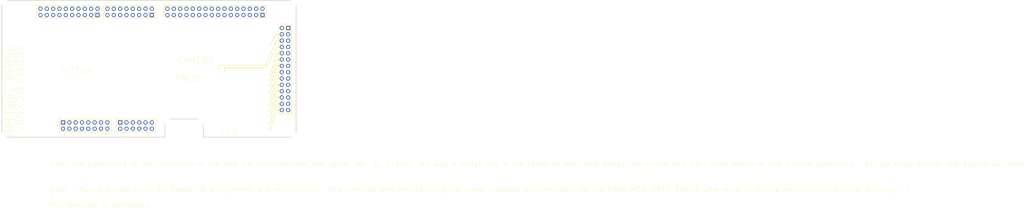
<source format=kicad_pcb>
(kicad_pcb (version 4) (host pcbnew "(2014-07-21 BZR 5016)-product")
  (layers (0 F.Cu signal) (31 B.Cu signal) (34 B.Paste user) (35 F.Paste user) (36 B.SilkS user) (37 F.SilkS user) (38 B.Mask user) (39 F.Mask user) (44 Edge.Cuts user))
  (net 0 "")
  (net 1 "Net1")
  (net 2 "P2_0/EZH_LCD_WR")
  (net 3 "P5_9")
  (net 4 "P5_8")
  (net 5 "P3_5/EZH_LCD_D5_CAMERA_D5")
  (net 6 "P3_3/FC7_I2C_SCL")
  (net 7 "P1_23/EZH_LCD_RD")
  (net 8 "P1_19/EZH_LCD_D15_CAMERA_RST")
  (net 9 "P1_17/EZH_LCD_D13")
  (net 10 "P1_15/EZH_LCD_D11")
  (net 11 "P1_13/EZH_LCD_D9")
  (net 12 "P1_11/EZH_LCD_D7_CAMERA_D7")
  (net 13 "P1_7/EZH_LCD_D3_CAMERA_D3")
  (net 14 "P1_5/EZH_LCD_D1_CAMERA_D1")
  (net 15 "P0_5/EZH_CAMERA_PCLK")
  (net 16 "P0_4/EZH_CAMERA_VSYNC")
  (net 17 "P4_4/EZH_LCD_CS")
  (net 18 "P3_4/EZH_LCD_D4_CAMERA_D4")
  (net 19 "P3_2/FC7_I2C_SDA")
  (net 20 "P2_2/CAMERA_CLKIN")
  (net 21 "P1_22/EZH_LCD_DC")
  (net 22 "P1_18/EZH_LCD_D14_CAMERA_PDOWN")
  (net 23 "P1_16/EZH_LCD_D12")
  (net 24 "P1_14/EZH_LCD_D10")
  (net 25 "P1_12/EZH_LCD_D8")
  (net 26 "P1_10/EZH_LCD_D6_CAMERA_D6")
  (net 27 "P1_9/FC4_P1_UART_TXD_MCULINK")
  (net 28 "P1_8/FC4_P0_UART_RXD_MCULINK")
  (net 29 "P1_6/EZH_LCD_D2_CAMERA_D2")
  (net 30 "P1_4/EZH_LCD_D0_CAMERA_D0")
  (net 31 "P0_11/EZH_CAMERA_HSYNC")
  (net 32 "P0-29")
  (net 33 "P0-26/FC1-SDI")
  (net 34 "P0-23/P1-22")
  (net 35 "P0-15/P2-0")
  (net 36 "P4-22/D14")
  (net 37 "P4-18/D10")
  (net 38 "P4-17/D9")
  (net 39 "P4-14/D6")
  (net 40 "P4-13/D5")
  (net 41 "P4-7/RST")
  (net 42 "P4-5/BLK")
  (net 43 "P4-1/FC2-SCL")
  (net 44 "P2-11/D3")
  (net 45 "P2-10/D2")
  (net 46 "P2-8/D0")
  (net 47 "P0-13/TE")
  (net 48 "P0-12/CS")
  (net 49 "P0-8/RD")
  (net 50 "P4-23/D15")
  (net 51 "P4-21/D13")
  (net 52 "P4-20/D12")
  (net 53 "P4-19/D11")
  (net 54 "P4-16/D8")
  (net 55 "P4-15/D7")
  (net 56 "P4-12/D4")
  (net 57 "P4-6/INT")
  (net 58 "P4-0/FC2-SDA")
  (net 59 "P2-9/D1")
  (net 60 "P0-9/WR")
  (net 61 "P0-7/DC")
  (net 62 "P2-6/PWM1_A0")
  (net 63 "P4-1/P1-17")
  (net 64 "P4-0/P1-16")
  (net 65 "P3-21/SAI1_RXD0")
  (net 66 "P3-19/SAI1_RX_FS")
  (net 67 "P3-18/SAI1_RX_BLCK")
  (net 68 "P3-17/SAI1_TX_FS")
  (net 69 "P2-7/PWM1_B0")
  (net 70 "P2-5/PWM1_B1")
  (net 71 "P2-4/PWM1_A1")
  (net 72 "P2-3/PWM1_B2")
  (net 73 "P2-2/PWM1_A2")
  (net 74 "P2-0/ENC_B")
  (net 75 "P1-22/ENC_A")
  (net 76 "P1-1/TSI0_CH1")
  (net 77 "P1-0/TSI0_CH0")
  (net 78 "P0-19/TSI0_CH14")
  (net 79 "P1_12/TSI0_CH21")
  (net 80 "5v-9v-IN")
  (net 81 "VDDA")
  (net 82 "+5v0")
  (net 83 "P5-4")
  (net 84 "P5-3/P0-22")
  (net 85 "P5-2/P0-14")
  (net 86 "P4-20/P0-5")
  (net 87 "P4-16/P0-18")
  (net 88 "P3-17/P4-13")
  (net 89 "P4-12/P0-21")
  (net 90 "P4-3/RXD2")
  (net 91 "P4-2/TXD2")
  (net 92 "P3-20/SAI1_TXD0")
  (net 93 "P3-16/P4-5")
  (net 94 "P1-21/SAI1_MCLK")
  (net 95 "P1-21/P2-7")
  (net 96 "P1-2/P2-3")
  (net 97 "P0-31")
  (net 98 "P0-30/P4-13")
  (net 99 "P1-23/P2-6")
  (net 100 "P0-28")
  (net 101 "P0-27/FC1-CS1")
  (net 102 "P0-25/FC1-SCK")
  (net 103 "P0-24/FC1-SDO")
  (net 104 "P0-22")
  (net 105 "P0-14")
  (net 106 "P0-10/P2-4")
  (net 107 "P0-3/P5_5")
  (net 108 "OP-2-INN/P1_10")
  (net 109 "OP-1-INN/P0-4")
  (net 110 "OP-0-I/P0-20")
  (net 111 "RESET_B")
  (net 112 "ADC0-A3")
  (net 113 "ADC1-B0")
  (net 114 "ADC0-B0")
  (net 115 "ADC0-A0")
  (net 116 "+3v3")
  (net 117 "GND")
  (module "SSQ-116-03-T-D" (layer F.Cu) (at 722.37598 -440.02799)
    (fp_text reference "J9" hide)
    (fp_text value "J9" (at 0 0) (layer F.SilkS) (effects (font (thickness 0.05))))
    (fp_text value "" hide)
    (pad "1" thru_hole rect (at 19.05000 1.27000 90) (size 1.7 1.7) (drill 1) (layers *.Cu) (net 10 "P1_15/EZH_LCD_D11"))
    (pad "2" thru_hole roundrect (at 19.05000 -1.27000 90) (size 1.7 1.7) (drill 1) (roundrect_rratio 0.5) (layers *.Cu) (net 24 "P1_14/EZH_LCD_D10"))
    (pad "3" thru_hole roundrect (at 16.51000 1.27000 90) (size 1.7 1.7) (drill 1) (roundrect_rratio 0.5) (layers *.Cu) (net 9 "P1_17/EZH_LCD_D13"))
    (pad "4" thru_hole roundrect (at 16.51000 -1.27000 90) (size 1.7 1.7) (drill 1) (roundrect_rratio 0.5) (layers *.Cu) (net 23 "P1_16/EZH_LCD_D12"))
    (pad "5" thru_hole roundrect (at 13.97000 1.27000 90) (size 1.7 1.7) (drill 1) (roundrect_rratio 0.5) (layers *.Cu) (net 8 "P1_19/EZH_LCD_D15_CAMERA_RST"))
    (pad "6" thru_hole roundrect (at 13.97000 -1.27000 90) (size 1.7 1.7) (drill 1) (roundrect_rratio 0.5) (layers *.Cu) (net 22 "P1_18/EZH_LCD_D14_CAMERA_PDOWN"))
    (pad "7" thru_hole roundrect (at 11.43000 1.27000 90) (size 1.7 1.7) (drill 1) (roundrect_rratio 0.5) (layers *.Cu) (net 14 "P1_5/EZH_LCD_D1_CAMERA_D1"))
    (pad "8" thru_hole roundrect (at 11.43000 -1.27000 90) (size 1.7 1.7) (drill 1) (roundrect_rratio 0.5) (layers *.Cu) (net 30 "P1_4/EZH_LCD_D0_CAMERA_D0"))
    (pad "9" thru_hole roundrect (at 8.89000 1.27000 90) (size 1.7 1.7) (drill 1) (roundrect_rratio 0.5) (layers *.Cu) (net 13 "P1_7/EZH_LCD_D3_CAMERA_D3"))
    (pad "10" thru_hole roundrect (at 8.89000 -1.27000 90) (size 1.7 1.7) (drill 1) (roundrect_rratio 0.5) (layers *.Cu) (net 29 "P1_6/EZH_LCD_D2_CAMERA_D2"))
    (pad "11" thru_hole roundrect (at 6.35000 1.27000 90) (size 1.7 1.7) (drill 1) (roundrect_rratio 0.5) (layers *.Cu) (net 5 "P3_5/EZH_LCD_D5_CAMERA_D5"))
    (pad "12" thru_hole roundrect (at 6.35000 -1.27000 90) (size 1.7 1.7) (drill 1) (roundrect_rratio 0.5) (layers *.Cu) (net 18 "P3_4/EZH_LCD_D4_CAMERA_D4"))
    (pad "13" thru_hole roundrect (at 3.81000 1.27000 90) (size 1.7 1.7) (drill 1) (roundrect_rratio 0.5) (layers *.Cu) (net 12 "P1_11/EZH_LCD_D7_CAMERA_D7"))
    (pad "14" thru_hole roundrect (at 3.81000 -1.27000 90) (size 1.7 1.7) (drill 1) (roundrect_rratio 0.5) (layers *.Cu) (net 26 "P1_10/EZH_LCD_D6_CAMERA_D6"))
    (pad "15" thru_hole roundrect (at 1.27000 1.27000 90) (size 1.7 1.7) (drill 1) (roundrect_rratio 0.5) (layers *.Cu) (net 15 "P0_5/EZH_CAMERA_PCLK"))
    (pad "16" thru_hole roundrect (at 1.27000 -1.27000 90) (size 1.7 1.7) (drill 1) (roundrect_rratio 0.5) (layers *.Cu) (net 20 "P2_2/CAMERA_CLKIN"))
    (pad "17" thru_hole roundrect (at -1.27000 1.27000 90) (size 1.7 1.7) (drill 1) (roundrect_rratio 0.5) (layers *.Cu) (net 16 "P0_4/EZH_CAMERA_VSYNC"))
    (pad "18" thru_hole roundrect (at -1.27000 -1.27000 90) (size 1.7 1.7) (drill 1) (roundrect_rratio 0.5) (layers *.Cu) (net 31 "P0_11/EZH_CAMERA_HSYNC"))
    (pad "19" thru_hole roundrect (at -3.81000 1.27000 90) (size 1.7 1.7) (drill 1) (roundrect_rratio 0.5) (layers *.Cu) (net 6 "P3_3/FC7_I2C_SCL"))
    (pad "20" thru_hole roundrect (at -3.81000 -1.27000 90) (size 1.7 1.7) (drill 1) (roundrect_rratio 0.5) (layers *.Cu) (net 19 "P3_2/FC7_I2C_SDA"))
    (pad "21" thru_hole roundrect (at -6.35000 1.27000 90) (size 1.7 1.7) (drill 1) (roundrect_rratio 0.5) (layers *.Cu) (net 116 "+3v3"))
    (pad "22" thru_hole roundrect (at -6.35000 -1.27000 90) (size 1.7 1.7) (drill 1) (roundrect_rratio 0.5) (layers *.Cu) (net 117 "GND"))
    (pad "23" thru_hole roundrect (at -8.89000 1.27000 90) (size 1.7 1.7) (drill 1) (roundrect_rratio 0.5) (layers *.Cu) (net 7 "P1_23/EZH_LCD_RD"))
    (pad "24" thru_hole roundrect (at -8.89000 -1.27000 90) (size 1.7 1.7) (drill 1) (roundrect_rratio 0.5) (layers *.Cu) (net 21 "P1_22/EZH_LCD_DC"))
    (pad "25" thru_hole roundrect (at -11.43000 1.27000 90) (size 1.7 1.7) (drill 1) (roundrect_rratio 0.5) (layers *.Cu) (net 2 "P2_0/EZH_LCD_WR"))
    (pad "26" thru_hole roundrect (at -11.43000 -1.27000 90) (size 1.7 1.7) (drill 1) (roundrect_rratio 0.5) (layers *.Cu) (net 17 "P4_4/EZH_LCD_CS"))
    (pad "27" thru_hole roundrect (at -13.97000 1.27000 90) (size 1.7 1.7) (drill 1) (roundrect_rratio 0.5) (layers *.Cu) (net 11 "P1_13/EZH_LCD_D9"))
    (pad "28" thru_hole roundrect (at -13.97000 -1.27000 90) (size 1.7 1.7) (drill 1) (roundrect_rratio 0.5) (layers *.Cu) (net 25 "P1_12/EZH_LCD_D8"))
    (pad "29" thru_hole roundrect (at -16.51000 1.27000 90) (size 1.7 1.7) (drill 1) (roundrect_rratio 0.5) (layers *.Cu) (net 3 "P5_9"))
    (pad "30" thru_hole roundrect (at -16.51000 -1.27000 90) (size 1.7 1.7) (drill 1) (roundrect_rratio 0.5) (layers *.Cu) (net 27 "P1_9/FC4_P1_UART_TXD_MCULINK"))
    (pad "31" thru_hole roundrect (at -19.05000 1.27000 90) (size 1.7 1.7) (drill 1) (roundrect_rratio 0.5) (layers *.Cu) (net 4 "P5_8"))
    (pad "32" thru_hole roundrect (at -19.05000 -1.27000 90) (size 1.7 1.7) (drill 1) (roundrect_rratio 0.5) (layers *.Cu) (net 28 "P1_8/FC4_P0_UART_RXD_MCULINK"))
  )
  (module "SSQ-108-03-T-D" (layer F.Cu) (at 670.31899 -394.32099)
    (fp_text reference "J3" hide)
    (fp_text value "J3" (at 0 0) (layer F.SilkS) (effects (font (thickness 0.05))))
    (fp_text value "" hide)
    (pad "16" thru_hole roundrect (at 8.89000 1.27000 90) (size 1.7 1.7) (drill 1) (roundrect_rratio 0.5) (layers *.Cu) (net 80 "5v-9v-IN"))
    (pad "15" thru_hole roundrect (at 8.89000 -1.27000 90) (size 1.7 1.7) (drill 1) (roundrect_rratio 0.5) (layers *.Cu) (net 62 "P2-6/PWM1_A0"))
    (pad "14" thru_hole roundrect (at 6.35000 1.27000 90) (size 1.7 1.7) (drill 1) (roundrect_rratio 0.5) (layers *.Cu) (net 117 "GND"))
    (pad "13" thru_hole roundrect (at 6.35000 -1.27000 90) (size 1.7 1.7) (drill 1) (roundrect_rratio 0.5) (layers *.Cu) (net 69 "P2-7/PWM1_B0"))
    (pad "12" thru_hole roundrect (at 3.81000 1.27000 90) (size 1.7 1.7) (drill 1) (roundrect_rratio 0.5) (layers *.Cu) (net 117 "GND"))
    (pad "11" thru_hole roundrect (at 3.81000 -1.27000 90) (size 1.7 1.7) (drill 1) (roundrect_rratio 0.5) (layers *.Cu) (net 71 "P2-4/PWM1_A1"))
    (pad "10" thru_hole roundrect (at 1.27000 1.27000 90) (size 1.7 1.7) (drill 1) (roundrect_rratio 0.5) (layers *.Cu) (net 82 "+5v0"))
    (pad "9" thru_hole roundrect (at 1.27000 -1.27000 90) (size 1.7 1.7) (drill 1) (roundrect_rratio 0.5) (layers *.Cu) (net 70 "P2-5/PWM1_B1"))
    (pad "8" thru_hole roundrect (at -1.27000 1.27000 90) (size 1.7 1.7) (drill 1) (roundrect_rratio 0.5) (layers *.Cu) (net 116 "+3v3"))
    (pad "7" thru_hole roundrect (at -1.27000 -1.27000 90) (size 1.7 1.7) (drill 1) (roundrect_rratio 0.5) (layers *.Cu) (net 73 "P2-2/PWM1_A2"))
    (pad "6" thru_hole roundrect (at -3.81000 1.27000 90) (size 1.7 1.7) (drill 1) (roundrect_rratio 0.5) (layers *.Cu) (net 111 "RESET_B"))
    (pad "5" thru_hole roundrect (at -3.81000 -1.27000 90) (size 1.7 1.7) (drill 1) (roundrect_rratio 0.5) (layers *.Cu) (net 72 "P2-3/PWM1_B2"))
    (pad "4" thru_hole roundrect (at -6.35000 1.27000 90) (size 1.7 1.7) (drill 1) (roundrect_rratio 0.5) (layers *.Cu) (net 116 "+3v3"))
    (pad "3" thru_hole roundrect (at -6.35000 -1.27000 90) (size 1.7 1.7) (drill 1) (roundrect_rratio 0.5) (layers *.Cu) (net 75 "P1-22/ENC_A"))
    (pad "2" thru_hole roundrect (at -8.89000 1.27000 90) (size 1.7 1.7) (drill 1) (roundrect_rratio 0.5) (layers *.Cu) (net 112 "ADC0-A3"))
    (pad "1" thru_hole rect (at -8.89000 -1.27000 90) (size 1.7 1.7) (drill 1) (layers *.Cu) (net 74 "P2-0/ENC_B"))
  )
  (module "SSQ-106-03-T-D" (layer F.Cu) (at 690.71499 -394.32099)
    (fp_text reference "J4" hide)
    (fp_text value "J4" (at 0 0) (layer F.SilkS) (effects (font (thickness 0.05))))
    (fp_text value "" hide)
    (pad "1" thru_hole rect (at -6.35000 -1.27000 90) (size 1.7 1.7) (drill 1) (layers *.Cu) (net 89 "P4-12/P0-21"))
    (pad "3" thru_hole roundrect (at -3.81000 -1.27000 90) (size 1.7 1.7) (drill 1) (roundrect_rratio 0.5) (layers *.Cu) (net 110 "OP-0-I/P0-20"))
    (pad "4" thru_hole roundrect (at -3.81000 1.27000 90) (size 1.7 1.7) (drill 1) (roundrect_rratio 0.5) (layers *.Cu) (net 114 "ADC0-B0"))
    (pad "5" thru_hole roundrect (at -1.27000 -1.27000 90) (size 1.7 1.7) (drill 1) (roundrect_rratio 0.5) (layers *.Cu) (net 87 "P4-16/P0-18"))
    (pad "6" thru_hole roundrect (at -1.27000 1.27000 90) (size 1.7 1.7) (drill 1) (roundrect_rratio 0.5) (layers *.Cu) (net 105 "P0-14"))
    (pad "7" thru_hole roundrect (at 1.27000 -1.27000 90) (size 1.7 1.7) (drill 1) (roundrect_rratio 0.5) (layers *.Cu) (net 109 "OP-1-INN/P0-4"))
    (pad "8" thru_hole roundrect (at 1.27000 1.27000 90) (size 1.7 1.7) (drill 1) (roundrect_rratio 0.5) (layers *.Cu) (net 104 "P0-22"))
    (pad "9" thru_hole roundrect (at 3.81000 -1.27000 90) (size 1.7 1.7) (drill 1) (roundrect_rratio 0.5) (layers *.Cu) (net 86 "P4-20/P0-5"))
    (pad "10" thru_hole roundrect (at 3.81000 1.27000 90) (size 1.7 1.7) (drill 1) (roundrect_rratio 0.5) (layers *.Cu) (net 35 "P0-15/P2-0"))
    (pad "11" thru_hole roundrect (at 6.35000 -1.27000 90) (size 1.7 1.7) (drill 1) (roundrect_rratio 0.5) (layers *.Cu) (net 108 "OP-2-INN/P1_10"))
    (pad "12" thru_hole roundrect (at 6.35000 1.27000 90) (size 1.7 1.7) (drill 1) (roundrect_rratio 0.5) (layers *.Cu) (net 34 "P0-23/P1-22"))
    (pad "2" thru_hole roundrect (at -6.35000 1.27000 90) (size 1.7 1.7) (drill 1) (roundrect_rratio 0.5) (layers *.Cu) (net 115 "ADC0-A0"))
  )
  (module "SSQ-114-03-T-D" (layer F.Cu) (at 750.44299 -417.04699)
    (fp_text reference "J12" hide)
    (fp_text value "J12" (at 0 0) (layer F.SilkS) (effects (font (thickness 0.05))))
    (fp_text value "" hide)
    (pad "1" thru_hole rect (at 1.27000 -16.51000) (size 1.7 1.7) (drill 1) (layers *.Cu) (net 116 "+3v3"))
    (pad "2" thru_hole roundrect (at -1.27000 -16.51000) (size 1.7 1.7) (drill 1) (roundrect_rratio 0.5) (layers *.Cu) (net 117 "GND"))
    (pad "3" thru_hole roundrect (at 1.27000 -13.97000) (size 1.7 1.7) (drill 1) (roundrect_rratio 0.5) (layers *.Cu) (net 43 "P4-1/FC2-SCL"))
    (pad "4" thru_hole roundrect (at -1.27000 -13.97000) (size 1.7 1.7) (drill 1) (roundrect_rratio 0.5) (layers *.Cu) (net 58 "P4-0/FC2-SDA"))
    (pad "5" thru_hole roundrect (at 1.27000 -11.43000) (size 1.7 1.7) (drill 1) (roundrect_rratio 0.5) (layers *.Cu) (net 57 "P4-6/INT"))
    (pad "6" thru_hole roundrect (at -1.27000 -11.43000) (size 1.7 1.7) (drill 1) (roundrect_rratio 0.5) (layers *.Cu) (net 42 "P4-5/BLK"))
    (pad "7" thru_hole roundrect (at 1.27000 -8.89000) (size 1.7 1.7) (drill 1) (roundrect_rratio 0.5) (layers *.Cu) (net 41 "P4-7/RST"))
    (pad "8" thru_hole roundrect (at -1.27000 -8.89000) (size 1.7 1.7) (drill 1) (roundrect_rratio 0.5) (layers *.Cu) (net 61 "P0-7/DC"))
    (pad "9" thru_hole roundrect (at 1.27000 -6.35000) (size 1.7 1.7) (drill 1) (roundrect_rratio 0.5) (layers *.Cu) (net 48 "P0-12/CS"))
    (pad "10" thru_hole roundrect (at -1.27000 -6.35000) (size 1.7 1.7) (drill 1) (roundrect_rratio 0.5) (layers *.Cu) (net 60 "P0-9/WR"))
    (pad "11" thru_hole roundrect (at 1.27000 -3.81000) (size 1.7 1.7) (drill 1) (roundrect_rratio 0.5) (layers *.Cu) (net 49 "P0-8/RD"))
    (pad "12" thru_hole roundrect (at -1.27000 -3.81000) (size 1.7 1.7) (drill 1) (roundrect_rratio 0.5) (layers *.Cu) (net 47 "P0-13/TE"))
    (pad "13" thru_hole roundrect (at 1.27000 -1.27000) (size 1.7 1.7) (drill 1) (roundrect_rratio 0.5) (layers *.Cu) (net 46 "P2-8/D0"))
    (pad "14" thru_hole roundrect (at -1.27000 -1.27000) (size 1.7 1.7) (drill 1) (roundrect_rratio 0.5) (layers *.Cu) (net 59 "P2-9/D1"))
    (pad "15" thru_hole roundrect (at 1.27000 1.27000) (size 1.7 1.7) (drill 1) (roundrect_rratio 0.5) (layers *.Cu) (net 45 "P2-10/D2"))
    (pad "16" thru_hole roundrect (at -1.27000 1.27000) (size 1.7 1.7) (drill 1) (roundrect_rratio 0.5) (layers *.Cu) (net 44 "P2-11/D3"))
    (pad "17" thru_hole roundrect (at 1.27000 3.81000) (size 1.7 1.7) (drill 1) (roundrect_rratio 0.5) (layers *.Cu) (net 56 "P4-12/D4"))
    (pad "18" thru_hole roundrect (at -1.27000 3.81000) (size 1.7 1.7) (drill 1) (roundrect_rratio 0.5) (layers *.Cu) (net 40 "P4-13/D5"))
    (pad "19" thru_hole roundrect (at 1.27000 6.35000) (size 1.7 1.7) (drill 1) (roundrect_rratio 0.5) (layers *.Cu) (net 39 "P4-14/D6"))
    (pad "20" thru_hole roundrect (at -1.27000 6.35000) (size 1.7 1.7) (drill 1) (roundrect_rratio 0.5) (layers *.Cu) (net 55 "P4-15/D7"))
    (pad "21" thru_hole roundrect (at 1.27000 8.89000) (size 1.7 1.7) (drill 1) (roundrect_rratio 0.5) (layers *.Cu) (net 54 "P4-16/D8"))
    (pad "22" thru_hole roundrect (at -1.27000 8.89000) (size 1.7 1.7) (drill 1) (roundrect_rratio 0.5) (layers *.Cu) (net 38 "P4-17/D9"))
    (pad "23" thru_hole roundrect (at 1.27000 11.43000) (size 1.7 1.7) (drill 1) (roundrect_rratio 0.5) (layers *.Cu) (net 37 "P4-18/D10"))
    (pad "24" thru_hole roundrect (at -1.27000 11.43000) (size 1.7 1.7) (drill 1) (roundrect_rratio 0.5) (layers *.Cu) (net 53 "P4-19/D11"))
    (pad "25" thru_hole roundrect (at 1.27000 13.97000) (size 1.7 1.7) (drill 1) (roundrect_rratio 0.5) (layers *.Cu) (net 52 "P4-20/D12"))
    (pad "26" thru_hole roundrect (at -1.27000 13.97000) (size 1.7 1.7) (drill 1) (roundrect_rratio 0.5) (layers *.Cu) (net 51 "P4-21/D13"))
    (pad "27" thru_hole roundrect (at 1.27000 16.51000) (size 1.7 1.7) (drill 1) (roundrect_rratio 0.5) (layers *.Cu) (net 36 "P4-22/D14"))
    (pad "28" thru_hole roundrect (at -1.27000 16.51000) (size 1.7 1.7) (drill 1) (roundrect_rratio 0.5) (layers *.Cu) (net 50 "P4-23/D15"))
  )
  (module "MOUNTINGHOLE_3.2MM_M3" (layer F.Cu) (at 751.97299 -441.65399)
    (fp_text reference "H2" hide)
    (fp_text value "H2" (at 0 0) (layer F.SilkS) (effects (font (thickness 0.05))))
    (fp_text value "" hide)
    (pad "Un1" np_thru_hole circle (at 0.00000 0.00000) (size 3.2 3.2) (drill 3.2) (layers *.Cu))
  )
  (module "SSQ-110-03-T-D" (layer F.Cu) (at 663.82899 -440.02799)
    (fp_text reference "J2" hide)
    (fp_text value "J2" (at 0 0) (layer F.SilkS) (effects (font (thickness 0.05))))
    (fp_text value "" hide)
    (pad "20" thru_hole roundrect (at -11.43000 -1.27000 270) (size 1.7 1.7) (drill 1) (roundrect_rratio 0.5) (layers *.Cu) (net 63 "P4-1/P1-17"))
    (pad "19" thru_hole roundrect (at -11.43000 1.27000 270) (size 1.7 1.7) (drill 1) (roundrect_rratio 0.5) (layers *.Cu))
    (pad "18" thru_hole roundrect (at -8.89000 -1.27000 270) (size 1.7 1.7) (drill 1) (roundrect_rratio 0.5) (layers *.Cu) (net 64 "P4-0/P1-16"))
    (pad "17" thru_hole roundrect (at -8.89000 1.27000 270) (size 1.7 1.7) (drill 1) (roundrect_rratio 0.5) (layers *.Cu) (net 77 "P1-0/TSI0_CH0"))
    (pad "16" thru_hole roundrect (at -6.35000 -1.27000 270) (size 1.7 1.7) (drill 1) (roundrect_rratio 0.5) (layers *.Cu) (net 81 "VDDA"))
    (pad "15" thru_hole roundrect (at -6.35000 1.27000 270) (size 1.7 1.7) (drill 1) (roundrect_rratio 0.5) (layers *.Cu) (net 76 "P1-1/TSI0_CH1"))
    (pad "14" thru_hole roundrect (at -3.81000 -1.27000 270) (size 1.7 1.7) (drill 1) (roundrect_rratio 0.5) (layers *.Cu) (net 117 "GND"))
    (pad "13" thru_hole roundrect (at -3.81000 1.27000 270) (size 1.7 1.7) (drill 1) (roundrect_rratio 0.5) (layers *.Cu) (net 78 "P0-19/TSI0_CH14"))
    (pad "12" thru_hole roundrect (at -1.27000 -1.27000 270) (size 1.7 1.7) (drill 1) (roundrect_rratio 0.5) (layers *.Cu) (net 102 "P0-25/FC1-SCK"))
    (pad "11" thru_hole roundrect (at -1.27000 1.27000 270) (size 1.7 1.7) (drill 1) (roundrect_rratio 0.5) (layers *.Cu) (net 79 "P1_12/TSI0_CH21"))
    (pad "10" thru_hole roundrect (at 1.27000 -1.27000 270) (size 1.7 1.7) (drill 1) (roundrect_rratio 0.5) (layers *.Cu) (net 33 "P0-26/FC1-SDI"))
    (pad "9" thru_hole roundrect (at 1.27000 1.27000 270) (size 1.7 1.7) (drill 1) (roundrect_rratio 0.5) (layers *.Cu) (net 107 "P0-3/P5_5"))
    (pad "8" thru_hole roundrect (at 3.81000 -1.27000 270) (size 1.7 1.7) (drill 1) (roundrect_rratio 0.5) (layers *.Cu) (net 103 "P0-24/FC1-SDO"))
    (pad "7" thru_hole roundrect (at 3.81000 1.27000 270) (size 1.7 1.7) (drill 1) (roundrect_rratio 0.5) (layers *.Cu) (net 83 "P5-4"))
    (pad "6" thru_hole roundrect (at 6.35000 -1.27000 270) (size 1.7 1.7) (drill 1) (roundrect_rratio 0.5) (layers *.Cu) (net 101 "P0-27/FC1-CS1"))
    (pad "5" thru_hole roundrect (at 6.35000 1.27000 270) (size 1.7 1.7) (drill 1) (roundrect_rratio 0.5) (layers *.Cu) (net 84 "P5-3/P0-22"))
    (pad "4" thru_hole roundrect (at 8.89000 -1.27000 270) (size 1.7 1.7) (drill 1) (roundrect_rratio 0.5) (layers *.Cu) (net 106 "P0-10/P2-4"))
    (pad "3" thru_hole roundrect (at 8.89000 1.27000 270) (size 1.7 1.7) (drill 1) (roundrect_rratio 0.5) (layers *.Cu) (net 85 "P5-2/P0-14"))
    (pad "2" thru_hole roundrect (at 11.43000 -1.27000 270) (size 1.7 1.7) (drill 1) (roundrect_rratio 0.5) (layers *.Cu) (net 100 "P0-28"))
    (pad "1" thru_hole rect (at 11.43000 1.27000 270) (size 1.7 1.7) (drill 1) (layers *.Cu) (net 113 "ADC1-B0"))
  )
  (module "SSQ-108-03-T-D" (layer F.Cu) (at 688.14999 -440.02799)
    (fp_text reference "J1" hide)
    (fp_text value "J1" (at 0 0) (layer F.SilkS) (effects (font (thickness 0.05))))
    (fp_text value "" hide)
    (pad "16" thru_hole roundrect (at -8.89000 -1.27000 270) (size 1.7 1.7) (drill 1) (roundrect_rratio 0.5) (layers *.Cu) (net 97 "P0-31"))
    (pad "15" thru_hole roundrect (at -8.89000 1.27000 270) (size 1.7 1.7) (drill 1) (roundrect_rratio 0.5) (layers *.Cu) (net 65 "P3-21/SAI1_RXD0"))
    (pad "14" thru_hole roundrect (at -6.35000 -1.27000 270) (size 1.7 1.7) (drill 1) (roundrect_rratio 0.5) (layers *.Cu) (net 96 "P1-2/P2-3"))
    (pad "13" thru_hole roundrect (at -6.35000 1.27000 270) (size 1.7 1.7) (drill 1) (roundrect_rratio 0.5) (layers *.Cu) (net 66 "P3-19/SAI1_RX_FS"))
    (pad "12" thru_hole roundrect (at -3.81000 -1.27000 270) (size 1.7 1.7) (drill 1) (roundrect_rratio 0.5) (layers *.Cu) (net 95 "P1-21/P2-7"))
    (pad "11" thru_hole roundrect (at -3.81000 1.27000 270) (size 1.7 1.7) (drill 1) (roundrect_rratio 0.5) (layers *.Cu) (net 68 "P3-17/SAI1_TX_FS"))
    (pad "10" thru_hole roundrect (at -1.27000 -1.27000 270) (size 1.7 1.7) (drill 1) (roundrect_rratio 0.5) (layers *.Cu) (net 98 "P0-30/P4-13"))
    (pad "9" thru_hole roundrect (at -1.27000 1.27000 270) (size 1.7 1.7) (drill 1) (roundrect_rratio 0.5) (layers *.Cu) (net 67 "P3-18/SAI1_RX_BLCK"))
    (pad "8" thru_hole roundrect (at 1.27000 -1.27000 270) (size 1.7 1.7) (drill 1) (roundrect_rratio 0.5) (layers *.Cu) (net 32 "P0-29"))
    (pad "7" thru_hole roundrect (at 1.27000 1.27000 270) (size 1.7 1.7) (drill 1) (roundrect_rratio 0.5) (layers *.Cu) (net 94 "P1-21/SAI1_MCLK"))
    (pad "6" thru_hole roundrect (at 3.81000 -1.27000 270) (size 1.7 1.7) (drill 1) (roundrect_rratio 0.5) (layers *.Cu) (net 99 "P1-23/P2-6"))
    (pad "5" thru_hole roundrect (at 3.81000 1.27000 270) (size 1.7 1.7) (drill 1) (roundrect_rratio 0.5) (layers *.Cu) (net 92 "P3-20/SAI1_TXD0"))
    (pad "4" thru_hole roundrect (at 6.35000 -1.27000 270) (size 1.7 1.7) (drill 1) (roundrect_rratio 0.5) (layers *.Cu) (net 91 "P4-2/TXD2"))
    (pad "3" thru_hole roundrect (at 6.35000 1.27000 270) (size 1.7 1.7) (drill 1) (roundrect_rratio 0.5) (layers *.Cu) (net 88 "P3-17/P4-13"))
    (pad "2" thru_hole roundrect (at 8.89000 -1.27000 270) (size 1.7 1.7) (drill 1) (roundrect_rratio 0.5) (layers *.Cu) (net 90 "P4-3/RXD2"))
    (pad "1" thru_hole rect (at 8.89000 1.27000 270) (size 1.7 1.7) (drill 1) (layers *.Cu) (net 93 "P3-16/P4-5"))
  )
  (module "MOUNTINGHOLE_3.2MM_M3" (layer F.Cu) (at 648.47499 -393.29199)
    (fp_text reference "H4" hide)
    (fp_text value "H4" (at 0 0) (layer F.SilkS) (effects (font (thickness 0.05))))
    (fp_text value "" hide)
    (pad "Un1" np_thru_hole circle (at 0.00000 0.00000) (size 3.2 3.2) (drill 3.2) (layers *.Cu))
  )
  (module "MOUNTINGHOLE_3.2MM_M3" (layer F.Cu) (at 647.25599 -440.23099)
    (fp_text reference "H1" hide)
    (fp_text value "H1" (at 0 0) (layer F.SilkS) (effects (font (thickness 0.05))))
    (fp_text value "" hide)
    (pad "Un1" np_thru_hole circle (at 0.00000 0.00000) (size 3.2 3.2) (drill 3.2) (layers *.Cu))
  )
  (module "MOUNTINGHOLE_3.2MM_M3" (layer F.Cu) (at 751.97299 -392.68199)
    (fp_text reference "H3" hide)
    (fp_text value "H3" (at 0 0) (layer F.SilkS) (effects (font (thickness 0.05))))
    (fp_text value "" hide)
    (pad "Un1" np_thru_hole circle (at 0.00000 0.00000) (size 3.2 3.2) (drill 3.2) (layers *.Cu))
  )
  (arc (start 636.88799 -391.66798) (end 638.88799 -389.66798) (mid 637.47378 -390.25377) (layer Edge.Cuts) (width 3e-05))
  (arc (start 704.28799 -396.96799) (end 702.28799 -394.96799) (mid 702.87378 -396.38220) (layer Edge.Cuts) (width 3e-05))
  (arc (start 717.68799 -394.96799) (end 715.68799 -396.96799) (mid 717.10220 -396.38220) (layer Edge.Cuts) (width 3e-05))
  (arc (start 752.88799 -389.66798) (end 754.88799 -391.66798) (mid 754.30220 -390.25377) (layer Edge.Cuts) (width 3e-05))
  (arc (start 754.88799 -442.66799) (end 752.88799 -444.66799) (mid 754.30220 -444.08220) (layer Edge.Cuts) (width 3e-05))
  (arc (start 638.88799 -444.66799) (end 636.88799 -442.66799) (mid 637.47378 -444.08220) (layer Edge.Cuts) (width 3e-05))
  (arc (start 636.88799 -391.66798) (end 638.88799 -389.66798) (mid 637.47378 -390.25377) (layer Edge.Cuts) (width 0.254))
  (arc (start 704.28799 -396.96799) (end 702.28799 -394.96799) (mid 702.87378 -396.38220) (layer Edge.Cuts) (width 0.254))
  (arc (start 717.68799 -394.96799) (end 715.68799 -396.96799) (mid 717.10220 -396.38220) (layer Edge.Cuts) (width 0.254))
  (arc (start 752.88799 -389.66798) (end 754.88799 -391.66798) (mid 754.30220 -390.25377) (layer Edge.Cuts) (width 0.254))
  (arc (start 754.88799 -442.66799) (end 752.88799 -444.66799) (mid 754.30220 -444.08220) (layer Edge.Cuts) (width 0.254))
  (arc (start 638.88799 -444.66799) (end 636.88799 -442.66799) (mid 637.47378 -444.08220) (layer Edge.Cuts) (width 0.254))
  (gr_line (start 698.58899 -391.78099) (end 698.58899 -396.86099) (layer F.SilkS) (width 0.254))
  (gr_line (start 682.84099 -396.86099) (end 698.58899 -396.86099) (layer F.SilkS) (width 0.254))
  (gr_line (start 682.84099 -391.78099) (end 682.84099 -396.86099) (layer F.SilkS) (width 0.254))
  (gr_line (start 682.84099 -391.78099) (end 698.58899 -391.78099) (layer F.SilkS) (width 0.254))
  (gr_line (start 685.76199 -394.32099) (end 685.76199 -396.86099) (layer F.SilkS) (width 0.254))
  (gr_line (start 682.84099 -394.32099) (end 685.76199 -394.32099) (layer F.SilkS) (width 0.254))
  (gr_line (start 677.73599 -437.48799) (end 677.73599 -442.56799) (layer F.SilkS) (width 0.254))
  (gr_line (start 677.73599 -437.48799) (end 698.56399 -437.48799) (layer F.SilkS) (width 0.254))
  (gr_line (start 698.56399 -437.48799) (end 698.56399 -442.56799) (layer F.SilkS) (width 0.254))
  (gr_line (start 677.73599 -442.56799) (end 698.56399 -442.56799) (layer F.SilkS) (width 0.254))
  (gr_line (start 695.76999 -437.48799) (end 695.76999 -440.02799) (layer F.SilkS) (width 0.254))
  (gr_line (start 695.76999 -440.02799) (end 698.56399 -440.02799) (layer F.SilkS) (width 0.254))
  (gr_line (start 680.73299 -391.78099) (end 680.73299 -396.86099) (layer F.SilkS) (width 0.254))
  (gr_line (start 659.90499 -396.86099) (end 680.73299 -396.86099) (layer F.SilkS) (width 0.254))
  (gr_line (start 659.90499 -391.78099) (end 659.90499 -396.86099) (layer F.SilkS) (width 0.254))
  (gr_line (start 659.90499 -391.78099) (end 680.73299 -391.78099) (layer F.SilkS) (width 0.254))
  (gr_line (start 662.69899 -394.32099) (end 662.69899 -396.86099) (layer F.SilkS) (width 0.254))
  (gr_line (start 659.90499 -394.32099) (end 662.69899 -394.32099) (layer F.SilkS) (width 0.254))
  (gr_line (start 673.98899 -440.02799) (end 676.78299 -440.02799) (layer F.SilkS) (width 0.254))
  (gr_line (start 673.98899 -437.48799) (end 673.98899 -440.02799) (layer F.SilkS) (width 0.254))
  (gr_line (start 650.87499 -437.48799) (end 650.87499 -442.56799) (layer F.SilkS) (width 0.254))
  (gr_line (start 650.87499 -442.56799) (end 676.78299 -442.56799) (layer F.SilkS) (width 0.254))
  (gr_line (start 676.78299 -437.48799) (end 676.78299 -442.56799) (layer F.SilkS) (width 0.254))
  (gr_line (start 650.87499 -437.48799) (end 676.78299 -437.48799) (layer F.SilkS) (width 0.254))
  (gr_line (start 701.80198 -442.56799) (end 742.94998 -442.56799) (layer F.SilkS) (width 0.254))
  (gr_line (start 701.80198 -437.48798) (end 701.80198 -442.56799) (layer F.SilkS) (width 0.254))
  (gr_line (start 701.80198 -437.48798) (end 742.94998 -437.48799) (layer F.SilkS) (width 0.254))
  (gr_line (start 742.94998 -437.48799) (end 742.94998 -442.56799) (layer F.SilkS) (width 0.254))
  (gr_line (start 740.15598 -437.48799) (end 740.15598 -440.02799) (layer F.SilkS) (width 0.254))
  (gr_line (start 740.15598 -440.02799) (end 742.94998 -440.02799) (layer F.SilkS) (width 0.254))
  (gr_line (start 750.44299 -432.15999) (end 750.44299 -435.08099) (layer F.SilkS) (width 0.254))
  (gr_line (start 750.44299 -432.15999) (end 752.98299 -432.15999) (layer F.SilkS) (width 0.254))
  (gr_line (start 747.90299 -435.08099) (end 747.90299 -399.01299) (layer F.SilkS) (width 0.254))
  (gr_line (start 747.90299 -435.08099) (end 752.98298 -435.08099) (layer F.SilkS) (width 0.254))
  (gr_line (start 752.98298 -435.08099) (end 752.98299 -399.01299) (layer F.SilkS) (width 0.254))
  (gr_line (start 747.90299 -399.01299) (end 752.98299 -399.01299) (layer F.SilkS) (width 0.254))
  (gr_line (start 742.38799 -418.56799) (end 747.08799 -428.46799) (layer F.SilkS) (width 0.254))
  (gr_line (start 726.21799 -417.56799) (end 742.98799 -417.56799) (layer F.SilkS) (width 0.254))
  (gr_line (start 743.48799 -405.16799) (end 744.53799 -405.16799) (layer F.SilkS) (width 0.254))
  (gr_line (start 744.53799 -392.76799) (end 747.08799 -400.56799) (layer F.SilkS) (width 0.254))
  (gr_line (start 744.53799 -402.66799) (end 747.08799 -410.66799) (layer F.SilkS) (width 0.254))
  (gr_line (start 744.53799 -397.76799) (end 747.08799 -405.66799) (layer F.SilkS) (width 0.254))
  (gr_line (start 743.48799 -410.16799) (end 744.53799 -410.16799) (layer F.SilkS) (width 0.254))
  (gr_line (start 747.08799 -410.66799) (end 747.78799 -410.66799) (layer F.SilkS) (width 0.254))
  (gr_line (start 743.48799 -407.66799) (end 744.53799 -407.66799) (layer F.SilkS) (width 0.254))
  (gr_line (start 747.08799 -415.66799) (end 747.78799 -415.66799) (layer F.SilkS) (width 0.254))
  (gr_line (start 726.21799 -415.87799) (end 726.21799 -417.57799) (layer F.SilkS) (width 0.254))
  (gr_line (start 747.08799 -423.36799) (end 747.78799 -423.36799) (layer F.SilkS) (width 0.254))
  (gr_line (start 723.84799 -418.56799) (end 742.38799 -418.56799) (layer F.SilkS) (width 0.254))
  (gr_line (start 743.48799 -392.76799) (end 744.53799 -392.76799) (layer F.SilkS) (width 0.254))
  (gr_line (start 747.08799 -428.46799) (end 747.78799 -428.46799) (layer F.SilkS) (width 0.254))
  (gr_line (start 723.81799 -415.87799) (end 723.81799 -418.57799) (layer F.SilkS) (width 0.254))
  (gr_line (start 743.48799 -412.66799) (end 744.53799 -412.66799) (layer F.SilkS) (width 0.254))
  (gr_line (start 744.53799 -400.26799) (end 747.08799 -408.16799) (layer F.SilkS) (width 0.254))
  (gr_line (start 747.08799 -418.26799) (end 747.78799 -418.26799) (layer F.SilkS) (width 0.254))
  (gr_line (start 747.08799 -425.96799) (end 747.78799 -425.96799) (layer F.SilkS) (width 0.254))
  (gr_line (start 747.08799 -405.66799) (end 747.78799 -405.66799) (layer F.SilkS) (width 0.254))
  (gr_line (start 744.53799 -395.26799) (end 747.08799 -403.06799) (layer F.SilkS) (width 0.254))
  (gr_line (start 743.48799 -397.76799) (end 744.53799 -397.76799) (layer F.SilkS) (width 0.254))
  (gr_line (start 747.08799 -413.06799) (end 747.78799 -413.06799) (layer F.SilkS) (width 0.254))
  (gr_line (start 744.06799 -426.38799) (end 747.08861 -431.00799) (layer F.SilkS) (width 0.254))
  (gr_line (start 747.08799 -403.06799) (end 747.78799 -403.06799) (layer F.SilkS) (width 0.254))
  (gr_line (start 747.08799 -400.56799) (end 747.78799 -400.56799) (layer F.SilkS) (width 0.254))
  (gr_line (start 744.53799 -410.16799) (end 747.08799 -418.26799) (layer F.SilkS) (width 0.254))
  (gr_line (start 747.08799 -420.76799) (end 747.78799 -420.76799) (layer F.SilkS) (width 0.254))
  (gr_line (start 743.48799 -400.26799) (end 744.53799 -400.26799) (layer F.SilkS) (width 0.254))
  (gr_line (start 742.98799 -417.56799) (end 747.08799 -425.96799) (layer F.SilkS) (width 0.254))
  (gr_line (start 743.48799 -402.66799) (end 744.53799 -402.66799) (layer F.SilkS) (width 0.254))
  (gr_line (start 747.08861 -431.00799) (end 747.80736 -431.00799) (layer F.SilkS) (width 0.254))
  (gr_line (start 744.53799 -415.06799) (end 747.08799 -423.36799) (layer F.SilkS) (width 0.254))
  (gr_line (start 744.53799 -412.66799) (end 747.08799 -420.76799) (layer F.SilkS) (width 0.254))
  (gr_line (start 743.48799 -395.26799) (end 744.53799 -395.26799) (layer F.SilkS) (width 0.254))
  (gr_line (start 744.53799 -407.66799) (end 747.08799 -415.66799) (layer F.SilkS) (width 0.254))
  (gr_line (start 747.08799 -408.16799) (end 747.78799 -408.16799) (layer F.SilkS) (width 0.254))
  (gr_line (start 743.48799 -415.06799) (end 744.53799 -415.06799) (layer F.SilkS) (width 0.254))
  (gr_line (start 744.53799 -405.16799) (end 747.08799 -413.06799) (layer F.SilkS) (width 0.254))
  (gr_line (start 638.88799 -389.66799) (end 702.28799 -389.66799) (layer Edge.Cuts) (width 3e-05))
  (gr_line (start 702.28799 -389.66799) (end 702.28799 -394.96799) (layer Edge.Cuts) (width 3e-05))
  (gr_line (start 704.28799 -396.96799) (end 715.68799 -396.96799) (layer Edge.Cuts) (width 3e-05))
  (gr_line (start 717.68799 -389.66799) (end 717.68799 -394.96799) (layer Edge.Cuts) (width 3e-05))
  (gr_line (start 717.68799 -389.66799) (end 752.88799 -389.66799) (layer Edge.Cuts) (width 3e-05))
  (gr_line (start 754.88799 -391.66799) (end 754.88799 -442.66799) (layer Edge.Cuts) (width 3e-05))
  (gr_line (start 638.88799 -444.66799) (end 752.88799 -444.66799) (layer Edge.Cuts) (width 3e-05))
  (gr_line (start 636.88799 -391.66799) (end 636.88799 -442.66799) (layer Edge.Cuts) (width 3e-05))
  (gr_line (start 638.88799 -389.66799) (end 702.28799 -389.66799) (layer Edge.Cuts) (width 0.254))
  (gr_line (start 702.28799 -389.66799) (end 702.28799 -394.96799) (layer Edge.Cuts) (width 0.254))
  (gr_line (start 704.28799 -396.96799) (end 715.68799 -396.96799) (layer Edge.Cuts) (width 0.254))
  (gr_line (start 717.68799 -389.66799) (end 717.68799 -394.96799) (layer Edge.Cuts) (width 0.254))
  (gr_line (start 717.68799 -389.66799) (end 752.88799 -389.66799) (layer Edge.Cuts) (width 0.254))
  (gr_line (start 754.88799 -391.66799) (end 754.88799 -442.66799) (layer Edge.Cuts) (width 0.254))
  (gr_line (start 638.88799 -444.66799) (end 752.88799 -444.66799) (layer Edge.Cuts) (width 0.254))
  (gr_line (start 636.88799 -391.66799) (end 636.88799 -442.66799) (layer Edge.Cuts) (width 0.254))
  (gr_text "1" (at 659.03802 -396.74940 0) (layer F.SilkS) (effects (font (size 1.651 1.651) (thickness 0.1)) (justify left)))
  (gr_text "1" (at 681.89802 -396.72400 0) (layer F.SilkS) (effects (font (size 1.651 1.651) (thickness 0.1)) (justify left)))
  (gr_text "1" (at 753.44982 -433.02060 0) (layer F.SilkS) (effects (font (size 1.651 1.651) (thickness 0.1)) (justify left)))
  (gr_text "1" (at 743.46762 -438.27840 0) (layer F.SilkS) (effects (font (size 1.651 1.651) (thickness 0.1)) (justify left)))
  (gr_text "1" (at 698.58582 -436.27180 0) (layer F.SilkS) (effects (font (size 1.651 1.651) (thickness 0.1)) (justify left)))
  (gr_text "1" (at 676.69102 -436.19560 0) (layer F.SilkS) (effects (font (size 1.651 1.651) (thickness 0.1)) (justify left)))
  (gr_text "Note:   Always double check pin header IO assignments and mechanicals.  This template was created using the latest available documentation for the FRDM MCX-N947. Efforts were made to ensure mechanical/electrical accuracy.  \n\nThis template is distributed" (at 655.94259 -365.52904 0) (layer F.SilkS) (effects (font (size 1.905 1.905) (thickness 0.1)) (justify left)))
  (gr_text "Note: The positioning of the connectors in the PCB are at coordinates that seem ''off'' by 2-6mil. This was a design bug in the FRDM-MCX947 PCB design. The connectors don't quite match to true arduino positioning,  but are close enough that boards will mate" (at 656.14579 -378.83901 0) (layer F.SilkS) (effects (font (size 1.905 1.905) (thickness 0.1)) (justify left)))
  (gr_text "2024-02-09" (at 638.20194 -423.51798 270) (layer F.SilkS) (effects (font (size 3.175 3.175) (thickness 0.1)) (justify left)))
  (gr_text "CAMERA" (at 707.14899 -420.59699 360) (layer F.SilkS) (effects (font (size 2.54 2.54) (thickness 0.1)) (justify left)))
  (gr_text "FRDM-MCXN947" (at 643.90371 -426.94698 270) (layer F.SilkS) (effects (font (size 3.175 3.175) (thickness 0.1)) (justify left)))
  (gr_text "Shield Template" (at 640.98997 -426.94698 270) (layer F.SilkS) (effects (font (size 3.175 3.175) (thickness 0.1)) (justify left)))
  (gr_text "LCD\n" (at 724.54799 -391.76799 360) (layer F.SilkS) (effects (font (size 2.54 2.54) (thickness 0.1)) (justify left)))
  (gr_text "PMOD" (at 706.13299 -413.23099 360) (layer F.SilkS) (effects (font (size 2.54 2.54) (thickness 0.1)) (justify left)))
  (gr_text "MOTOR" (at 660.49799 -416.39368 0) (layer F.SilkS) (effects (font (size 2.54 2.54) (thickness 0.1)) (justify left)))
  (gr_text "J9" (at 701.77720 -442.88554 0) (layer F.SilkS) (effects (font (size 1.651 1.651) (thickness 0.1)) (justify left)))
  (gr_text "J3" (at 659.67639 -390.29479 0) (layer F.SilkS) (effects (font (size 1.651 1.651) (thickness 0.1)) (justify left)))
  (gr_text "J4" (at 682.94279 -390.24399 0) (layer F.SilkS) (effects (font (size 1.651 1.651) (thickness 0.1)) (justify left)))
  (gr_text "J12" (at 750.40519 -397.48299 0) (layer F.SilkS) (effects (font (size 1.651 1.651) (thickness 0.1)) (justify left)))
  (gr_text "J2" (at 650.91339 -442.92359 0) (layer F.SilkS) (effects (font (size 1.651 1.651) (thickness 0.1)) (justify left)))
  (gr_text "J1" (at 677.81199 -442.94899 0) (layer F.SilkS) (effects (font (size 1.651 1.651) (thickness 0.1)) (justify left)))
)
</source>
